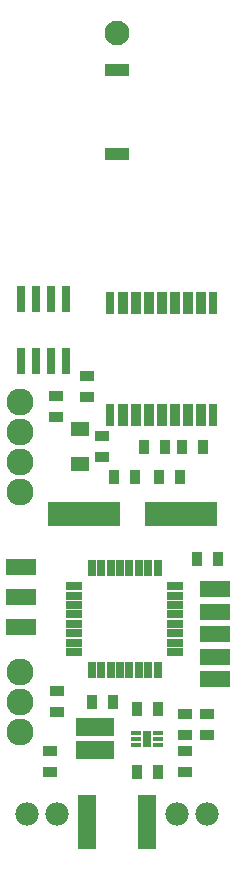
<source format=gts>
G75*
%MOIN*%
%OFA0B0*%
%FSLAX24Y24*%
%IPPOS*%
%LPD*%
%AMOC8*
5,1,8,0,0,1.08239X$1,22.5*
%
%ADD10C,0.0827*%
%ADD11C,0.0900*%
%ADD12R,0.0280X0.0910*%
%ADD13R,0.1300X0.0591*%
%ADD14R,0.0360X0.0160*%
%ADD15R,0.0260X0.0580*%
%ADD16R,0.0355X0.0512*%
%ADD17R,0.0512X0.0355*%
%ADD18R,0.0827X0.0434*%
%ADD19R,0.0355X0.0749*%
%ADD20R,0.0316X0.0749*%
%ADD21R,0.0260X0.0540*%
%ADD22R,0.0540X0.0260*%
%ADD23R,0.2402X0.0800*%
%ADD24R,0.0591X0.0512*%
%ADD25R,0.1040X0.0540*%
%ADD26C,0.0780*%
%ADD27R,0.0640X0.1840*%
%ADD28C,0.0280*%
D10*
X003950Y027450D03*
D11*
X000700Y015150D03*
X000700Y014150D03*
X000700Y013150D03*
X000700Y012150D03*
X000700Y006150D03*
X000700Y005150D03*
X000700Y004150D03*
D12*
X000750Y016520D03*
X001250Y016520D03*
X001750Y016520D03*
X002250Y016520D03*
X002250Y018580D03*
X001750Y018580D03*
X001250Y018580D03*
X000750Y018580D03*
D13*
X003200Y004312D03*
X003200Y003525D03*
D14*
X004580Y003700D03*
X004580Y003900D03*
X004580Y004100D03*
X005320Y004100D03*
X005320Y003900D03*
X005320Y003700D03*
D15*
X004950Y003900D03*
D16*
X004596Y004900D03*
X004596Y002800D03*
X005304Y002800D03*
X005304Y004900D03*
X006596Y009900D03*
X007304Y009900D03*
X006804Y013650D03*
X006096Y013650D03*
X006054Y012650D03*
X005554Y013650D03*
X005346Y012650D03*
X004846Y013650D03*
X004554Y012650D03*
X003846Y012650D03*
X003804Y005150D03*
X003096Y005150D03*
D17*
X001950Y004796D03*
X001950Y005504D03*
X001700Y003504D03*
X001700Y002796D03*
X003450Y013296D03*
X003450Y014004D03*
X002950Y015296D03*
X002950Y016004D03*
X001900Y015354D03*
X001900Y014646D03*
X006200Y004754D03*
X006200Y004046D03*
X006200Y003504D03*
X006200Y002796D03*
X006950Y004046D03*
X006950Y004754D03*
D18*
X003950Y023400D03*
X003950Y026195D03*
D19*
X004131Y018441D03*
X004564Y018441D03*
X004997Y018441D03*
X005430Y018441D03*
X005863Y018441D03*
X006296Y018441D03*
X006730Y018441D03*
X006730Y014701D03*
X006296Y014701D03*
X005863Y014701D03*
X005430Y014701D03*
X004997Y014701D03*
X004564Y014701D03*
X004131Y014701D03*
D20*
X003718Y014701D03*
X003718Y018441D03*
X007143Y018441D03*
X007143Y014701D03*
D21*
X005302Y009590D03*
X004987Y009590D03*
X004672Y009590D03*
X004357Y009590D03*
X004043Y009590D03*
X003728Y009590D03*
X003413Y009590D03*
X003098Y009590D03*
X003098Y006210D03*
X003413Y006210D03*
X003728Y006210D03*
X004043Y006210D03*
X004357Y006210D03*
X004672Y006210D03*
X004987Y006210D03*
X005302Y006210D03*
D22*
X005890Y006798D03*
X005890Y007113D03*
X005890Y007428D03*
X005890Y007743D03*
X005890Y008057D03*
X005890Y008372D03*
X005890Y008687D03*
X005890Y009002D03*
X002510Y009002D03*
X002510Y008687D03*
X002510Y008372D03*
X002510Y008057D03*
X002510Y007743D03*
X002510Y007428D03*
X002510Y007113D03*
X002510Y006798D03*
D23*
X002836Y011400D03*
X006064Y011400D03*
D24*
X002700Y013059D03*
X002700Y014241D03*
D25*
X000750Y009650D03*
X000750Y008650D03*
X000750Y007650D03*
X007200Y007400D03*
X007200Y008150D03*
X007200Y008900D03*
X007200Y006650D03*
X007200Y005900D03*
D26*
X000950Y001400D03*
X001950Y001400D03*
X005950Y001400D03*
X006950Y001400D03*
D27*
X004950Y001150D03*
X002950Y001150D03*
D28*
X004950Y003900D03*
M02*

</source>
